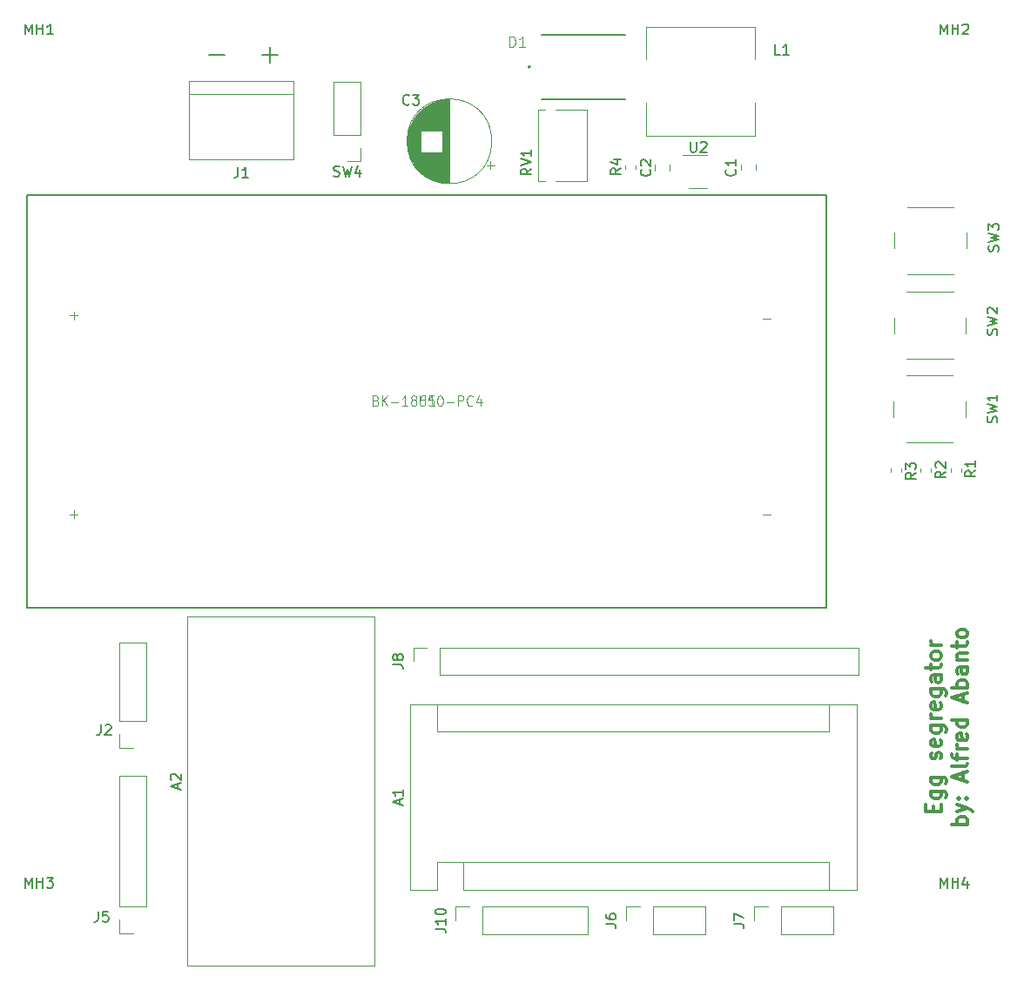
<source format=gbr>
%TF.GenerationSoftware,KiCad,Pcbnew,(5.1.6)-1*%
%TF.CreationDate,2020-07-21T16:26:21+08:00*%
%TF.ProjectId,Egg_segregator,4567675f-7365-4677-9265-6761746f722e,rev?*%
%TF.SameCoordinates,Original*%
%TF.FileFunction,Legend,Top*%
%TF.FilePolarity,Positive*%
%FSLAX46Y46*%
G04 Gerber Fmt 4.6, Leading zero omitted, Abs format (unit mm)*
G04 Created by KiCad (PCBNEW (5.1.6)-1) date 2020-07-21 16:26:21*
%MOMM*%
%LPD*%
G01*
G04 APERTURE LIST*
%ADD10C,0.300000*%
%ADD11C,0.150000*%
%ADD12C,0.120000*%
%ADD13C,0.200000*%
%ADD14C,0.127000*%
%ADD15C,0.015000*%
%ADD16C,0.050000*%
G04 APERTURE END LIST*
D10*
X182958357Y-112049485D02*
X182958357Y-111549485D01*
X183744071Y-111335200D02*
X183744071Y-112049485D01*
X182244071Y-112049485D01*
X182244071Y-111335200D01*
X182744071Y-110049485D02*
X183958357Y-110049485D01*
X184101214Y-110120914D01*
X184172642Y-110192342D01*
X184244071Y-110335200D01*
X184244071Y-110549485D01*
X184172642Y-110692342D01*
X183672642Y-110049485D02*
X183744071Y-110192342D01*
X183744071Y-110478057D01*
X183672642Y-110620914D01*
X183601214Y-110692342D01*
X183458357Y-110763771D01*
X183029785Y-110763771D01*
X182886928Y-110692342D01*
X182815500Y-110620914D01*
X182744071Y-110478057D01*
X182744071Y-110192342D01*
X182815500Y-110049485D01*
X182744071Y-108692342D02*
X183958357Y-108692342D01*
X184101214Y-108763771D01*
X184172642Y-108835200D01*
X184244071Y-108978057D01*
X184244071Y-109192342D01*
X184172642Y-109335200D01*
X183672642Y-108692342D02*
X183744071Y-108835200D01*
X183744071Y-109120914D01*
X183672642Y-109263771D01*
X183601214Y-109335200D01*
X183458357Y-109406628D01*
X183029785Y-109406628D01*
X182886928Y-109335200D01*
X182815500Y-109263771D01*
X182744071Y-109120914D01*
X182744071Y-108835200D01*
X182815500Y-108692342D01*
X183672642Y-106906628D02*
X183744071Y-106763771D01*
X183744071Y-106478057D01*
X183672642Y-106335200D01*
X183529785Y-106263771D01*
X183458357Y-106263771D01*
X183315500Y-106335200D01*
X183244071Y-106478057D01*
X183244071Y-106692342D01*
X183172642Y-106835200D01*
X183029785Y-106906628D01*
X182958357Y-106906628D01*
X182815500Y-106835200D01*
X182744071Y-106692342D01*
X182744071Y-106478057D01*
X182815500Y-106335200D01*
X183672642Y-105049485D02*
X183744071Y-105192342D01*
X183744071Y-105478057D01*
X183672642Y-105620914D01*
X183529785Y-105692342D01*
X182958357Y-105692342D01*
X182815500Y-105620914D01*
X182744071Y-105478057D01*
X182744071Y-105192342D01*
X182815500Y-105049485D01*
X182958357Y-104978057D01*
X183101214Y-104978057D01*
X183244071Y-105692342D01*
X182744071Y-103692342D02*
X183958357Y-103692342D01*
X184101214Y-103763771D01*
X184172642Y-103835200D01*
X184244071Y-103978057D01*
X184244071Y-104192342D01*
X184172642Y-104335200D01*
X183672642Y-103692342D02*
X183744071Y-103835200D01*
X183744071Y-104120914D01*
X183672642Y-104263771D01*
X183601214Y-104335200D01*
X183458357Y-104406628D01*
X183029785Y-104406628D01*
X182886928Y-104335200D01*
X182815500Y-104263771D01*
X182744071Y-104120914D01*
X182744071Y-103835200D01*
X182815500Y-103692342D01*
X183744071Y-102978057D02*
X182744071Y-102978057D01*
X183029785Y-102978057D02*
X182886928Y-102906628D01*
X182815500Y-102835200D01*
X182744071Y-102692342D01*
X182744071Y-102549485D01*
X183672642Y-101478057D02*
X183744071Y-101620914D01*
X183744071Y-101906628D01*
X183672642Y-102049485D01*
X183529785Y-102120914D01*
X182958357Y-102120914D01*
X182815500Y-102049485D01*
X182744071Y-101906628D01*
X182744071Y-101620914D01*
X182815500Y-101478057D01*
X182958357Y-101406628D01*
X183101214Y-101406628D01*
X183244071Y-102120914D01*
X182744071Y-100120914D02*
X183958357Y-100120914D01*
X184101214Y-100192342D01*
X184172642Y-100263771D01*
X184244071Y-100406628D01*
X184244071Y-100620914D01*
X184172642Y-100763771D01*
X183672642Y-100120914D02*
X183744071Y-100263771D01*
X183744071Y-100549485D01*
X183672642Y-100692342D01*
X183601214Y-100763771D01*
X183458357Y-100835200D01*
X183029785Y-100835200D01*
X182886928Y-100763771D01*
X182815500Y-100692342D01*
X182744071Y-100549485D01*
X182744071Y-100263771D01*
X182815500Y-100120914D01*
X183744071Y-98763771D02*
X182958357Y-98763771D01*
X182815500Y-98835200D01*
X182744071Y-98978057D01*
X182744071Y-99263771D01*
X182815500Y-99406628D01*
X183672642Y-98763771D02*
X183744071Y-98906628D01*
X183744071Y-99263771D01*
X183672642Y-99406628D01*
X183529785Y-99478057D01*
X183386928Y-99478057D01*
X183244071Y-99406628D01*
X183172642Y-99263771D01*
X183172642Y-98906628D01*
X183101214Y-98763771D01*
X182744071Y-98263771D02*
X182744071Y-97692342D01*
X182244071Y-98049485D02*
X183529785Y-98049485D01*
X183672642Y-97978057D01*
X183744071Y-97835200D01*
X183744071Y-97692342D01*
X183744071Y-96978057D02*
X183672642Y-97120914D01*
X183601214Y-97192342D01*
X183458357Y-97263771D01*
X183029785Y-97263771D01*
X182886928Y-97192342D01*
X182815500Y-97120914D01*
X182744071Y-96978057D01*
X182744071Y-96763771D01*
X182815500Y-96620914D01*
X182886928Y-96549485D01*
X183029785Y-96478057D01*
X183458357Y-96478057D01*
X183601214Y-96549485D01*
X183672642Y-96620914D01*
X183744071Y-96763771D01*
X183744071Y-96978057D01*
X183744071Y-95835200D02*
X182744071Y-95835200D01*
X183029785Y-95835200D02*
X182886928Y-95763771D01*
X182815500Y-95692342D01*
X182744071Y-95549485D01*
X182744071Y-95406628D01*
X186294071Y-113263771D02*
X184794071Y-113263771D01*
X185365500Y-113263771D02*
X185294071Y-113120914D01*
X185294071Y-112835200D01*
X185365500Y-112692342D01*
X185436928Y-112620914D01*
X185579785Y-112549485D01*
X186008357Y-112549485D01*
X186151214Y-112620914D01*
X186222642Y-112692342D01*
X186294071Y-112835200D01*
X186294071Y-113120914D01*
X186222642Y-113263771D01*
X185294071Y-112049485D02*
X186294071Y-111692342D01*
X185294071Y-111335200D02*
X186294071Y-111692342D01*
X186651214Y-111835200D01*
X186722642Y-111906628D01*
X186794071Y-112049485D01*
X186151214Y-110763771D02*
X186222642Y-110692342D01*
X186294071Y-110763771D01*
X186222642Y-110835200D01*
X186151214Y-110763771D01*
X186294071Y-110763771D01*
X185365500Y-110763771D02*
X185436928Y-110692342D01*
X185508357Y-110763771D01*
X185436928Y-110835200D01*
X185365500Y-110763771D01*
X185508357Y-110763771D01*
X185865500Y-108978057D02*
X185865500Y-108263771D01*
X186294071Y-109120914D02*
X184794071Y-108620914D01*
X186294071Y-108120914D01*
X186294071Y-107406628D02*
X186222642Y-107549485D01*
X186079785Y-107620914D01*
X184794071Y-107620914D01*
X185294071Y-107049485D02*
X185294071Y-106478057D01*
X186294071Y-106835200D02*
X185008357Y-106835200D01*
X184865500Y-106763771D01*
X184794071Y-106620914D01*
X184794071Y-106478057D01*
X186294071Y-105978057D02*
X185294071Y-105978057D01*
X185579785Y-105978057D02*
X185436928Y-105906628D01*
X185365500Y-105835200D01*
X185294071Y-105692342D01*
X185294071Y-105549485D01*
X186222642Y-104478057D02*
X186294071Y-104620914D01*
X186294071Y-104906628D01*
X186222642Y-105049485D01*
X186079785Y-105120914D01*
X185508357Y-105120914D01*
X185365500Y-105049485D01*
X185294071Y-104906628D01*
X185294071Y-104620914D01*
X185365500Y-104478057D01*
X185508357Y-104406628D01*
X185651214Y-104406628D01*
X185794071Y-105120914D01*
X186294071Y-103120914D02*
X184794071Y-103120914D01*
X186222642Y-103120914D02*
X186294071Y-103263771D01*
X186294071Y-103549485D01*
X186222642Y-103692342D01*
X186151214Y-103763771D01*
X186008357Y-103835200D01*
X185579785Y-103835200D01*
X185436928Y-103763771D01*
X185365500Y-103692342D01*
X185294071Y-103549485D01*
X185294071Y-103263771D01*
X185365500Y-103120914D01*
X185865500Y-101335200D02*
X185865500Y-100620914D01*
X186294071Y-101478057D02*
X184794071Y-100978057D01*
X186294071Y-100478057D01*
X186294071Y-99978057D02*
X184794071Y-99978057D01*
X185365500Y-99978057D02*
X185294071Y-99835200D01*
X185294071Y-99549485D01*
X185365500Y-99406628D01*
X185436928Y-99335200D01*
X185579785Y-99263771D01*
X186008357Y-99263771D01*
X186151214Y-99335200D01*
X186222642Y-99406628D01*
X186294071Y-99549485D01*
X186294071Y-99835200D01*
X186222642Y-99978057D01*
X186294071Y-97978057D02*
X185508357Y-97978057D01*
X185365500Y-98049485D01*
X185294071Y-98192342D01*
X185294071Y-98478057D01*
X185365500Y-98620914D01*
X186222642Y-97978057D02*
X186294071Y-98120914D01*
X186294071Y-98478057D01*
X186222642Y-98620914D01*
X186079785Y-98692342D01*
X185936928Y-98692342D01*
X185794071Y-98620914D01*
X185722642Y-98478057D01*
X185722642Y-98120914D01*
X185651214Y-97978057D01*
X185294071Y-97263771D02*
X186294071Y-97263771D01*
X185436928Y-97263771D02*
X185365500Y-97192342D01*
X185294071Y-97049485D01*
X185294071Y-96835200D01*
X185365500Y-96692342D01*
X185508357Y-96620914D01*
X186294071Y-96620914D01*
X185294071Y-96120914D02*
X185294071Y-95549485D01*
X184794071Y-95906628D02*
X186079785Y-95906628D01*
X186222642Y-95835200D01*
X186294071Y-95692342D01*
X186294071Y-95549485D01*
X186294071Y-94835200D02*
X186222642Y-94978057D01*
X186151214Y-95049485D01*
X186008357Y-95120914D01*
X185579785Y-95120914D01*
X185436928Y-95049485D01*
X185365500Y-94978057D01*
X185294071Y-94835200D01*
X185294071Y-94620914D01*
X185365500Y-94478057D01*
X185436928Y-94406628D01*
X185579785Y-94335200D01*
X186008357Y-94335200D01*
X186151214Y-94406628D01*
X186222642Y-94478057D01*
X186294071Y-94620914D01*
X186294071Y-94835200D01*
D11*
X112522095Y-38496857D02*
X114045904Y-38496857D01*
X117729095Y-38496857D02*
X119252904Y-38496857D01*
X118491000Y-39258761D02*
X118491000Y-37734952D01*
D12*
%TO.C,A1*%
X132077000Y-101597000D02*
X132077000Y-119637000D01*
X175517000Y-101597000D02*
X132077000Y-101597000D01*
X175517000Y-119637000D02*
X175517000Y-101597000D01*
X172847000Y-116967000D02*
X172847000Y-119637000D01*
X137287000Y-116967000D02*
X172847000Y-116967000D01*
X137287000Y-116967000D02*
X137287000Y-119637000D01*
X172847000Y-104267000D02*
X172847000Y-101597000D01*
X134747000Y-104267000D02*
X172847000Y-104267000D01*
X134747000Y-104267000D02*
X134747000Y-101597000D01*
X132077000Y-119637000D02*
X134747000Y-119637000D01*
X137287000Y-119637000D02*
X175517000Y-119637000D01*
X134747000Y-116967000D02*
X134747000Y-119637000D01*
X137287000Y-116967000D02*
X134747000Y-116967000D01*
%TO.C,C1*%
X165683000Y-49141748D02*
X165683000Y-49664252D01*
X164263000Y-49141748D02*
X164263000Y-49664252D01*
%TO.C,C2*%
X155919000Y-49167148D02*
X155919000Y-49689652D01*
X157339000Y-49167148D02*
X157339000Y-49689652D01*
%TO.C,C3*%
X139927698Y-49578000D02*
X139927698Y-48778000D01*
X140327698Y-49178000D02*
X139527698Y-49178000D01*
X131837000Y-47396000D02*
X131837000Y-46330000D01*
X131877000Y-47631000D02*
X131877000Y-46095000D01*
X131917000Y-47811000D02*
X131917000Y-45915000D01*
X131957000Y-47961000D02*
X131957000Y-45765000D01*
X131997000Y-48092000D02*
X131997000Y-45634000D01*
X132037000Y-48209000D02*
X132037000Y-45517000D01*
X132077000Y-48316000D02*
X132077000Y-45410000D01*
X132117000Y-48415000D02*
X132117000Y-45311000D01*
X132157000Y-48508000D02*
X132157000Y-45218000D01*
X132197000Y-48594000D02*
X132197000Y-45132000D01*
X132237000Y-48676000D02*
X132237000Y-45050000D01*
X132277000Y-48753000D02*
X132277000Y-44973000D01*
X132317000Y-48827000D02*
X132317000Y-44899000D01*
X132357000Y-48897000D02*
X132357000Y-44829000D01*
X132397000Y-48965000D02*
X132397000Y-44761000D01*
X132437000Y-49029000D02*
X132437000Y-44697000D01*
X132477000Y-49091000D02*
X132477000Y-44635000D01*
X132517000Y-49150000D02*
X132517000Y-44576000D01*
X132557000Y-49208000D02*
X132557000Y-44518000D01*
X132597000Y-49263000D02*
X132597000Y-44463000D01*
X132637000Y-49317000D02*
X132637000Y-44409000D01*
X132677000Y-49368000D02*
X132677000Y-44358000D01*
X132717000Y-49419000D02*
X132717000Y-44307000D01*
X132757000Y-49467000D02*
X132757000Y-44259000D01*
X132797000Y-49514000D02*
X132797000Y-44212000D01*
X132837000Y-49560000D02*
X132837000Y-44166000D01*
X132877000Y-49604000D02*
X132877000Y-44122000D01*
X132917000Y-49647000D02*
X132917000Y-44079000D01*
X132957000Y-49689000D02*
X132957000Y-44037000D01*
X132997000Y-49730000D02*
X132997000Y-43996000D01*
X133037000Y-49770000D02*
X133037000Y-43956000D01*
X133077000Y-49808000D02*
X133077000Y-43918000D01*
X133117000Y-49846000D02*
X133117000Y-43880000D01*
X133157000Y-45823000D02*
X133157000Y-43844000D01*
X133157000Y-49882000D02*
X133157000Y-47903000D01*
X133197000Y-45823000D02*
X133197000Y-43808000D01*
X133197000Y-49918000D02*
X133197000Y-47903000D01*
X133237000Y-45823000D02*
X133237000Y-43773000D01*
X133237000Y-49953000D02*
X133237000Y-47903000D01*
X133277000Y-45823000D02*
X133277000Y-43739000D01*
X133277000Y-49987000D02*
X133277000Y-47903000D01*
X133317000Y-45823000D02*
X133317000Y-43707000D01*
X133317000Y-50019000D02*
X133317000Y-47903000D01*
X133357000Y-45823000D02*
X133357000Y-43674000D01*
X133357000Y-50052000D02*
X133357000Y-47903000D01*
X133397000Y-45823000D02*
X133397000Y-43643000D01*
X133397000Y-50083000D02*
X133397000Y-47903000D01*
X133437000Y-45823000D02*
X133437000Y-43613000D01*
X133437000Y-50113000D02*
X133437000Y-47903000D01*
X133477000Y-45823000D02*
X133477000Y-43583000D01*
X133477000Y-50143000D02*
X133477000Y-47903000D01*
X133517000Y-45823000D02*
X133517000Y-43554000D01*
X133517000Y-50172000D02*
X133517000Y-47903000D01*
X133557000Y-45823000D02*
X133557000Y-43525000D01*
X133557000Y-50201000D02*
X133557000Y-47903000D01*
X133597000Y-45823000D02*
X133597000Y-43498000D01*
X133597000Y-50228000D02*
X133597000Y-47903000D01*
X133637000Y-45823000D02*
X133637000Y-43471000D01*
X133637000Y-50255000D02*
X133637000Y-47903000D01*
X133677000Y-45823000D02*
X133677000Y-43445000D01*
X133677000Y-50281000D02*
X133677000Y-47903000D01*
X133717000Y-45823000D02*
X133717000Y-43419000D01*
X133717000Y-50307000D02*
X133717000Y-47903000D01*
X133757000Y-45823000D02*
X133757000Y-43394000D01*
X133757000Y-50332000D02*
X133757000Y-47903000D01*
X133797000Y-45823000D02*
X133797000Y-43370000D01*
X133797000Y-50356000D02*
X133797000Y-47903000D01*
X133837000Y-45823000D02*
X133837000Y-43346000D01*
X133837000Y-50380000D02*
X133837000Y-47903000D01*
X133877000Y-45823000D02*
X133877000Y-43323000D01*
X133877000Y-50403000D02*
X133877000Y-47903000D01*
X133917000Y-45823000D02*
X133917000Y-43301000D01*
X133917000Y-50425000D02*
X133917000Y-47903000D01*
X133957000Y-45823000D02*
X133957000Y-43279000D01*
X133957000Y-50447000D02*
X133957000Y-47903000D01*
X133997000Y-45823000D02*
X133997000Y-43257000D01*
X133997000Y-50469000D02*
X133997000Y-47903000D01*
X134037000Y-45823000D02*
X134037000Y-43236000D01*
X134037000Y-50490000D02*
X134037000Y-47903000D01*
X134077000Y-45823000D02*
X134077000Y-43216000D01*
X134077000Y-50510000D02*
X134077000Y-47903000D01*
X134117000Y-45823000D02*
X134117000Y-43197000D01*
X134117000Y-50529000D02*
X134117000Y-47903000D01*
X134157000Y-45823000D02*
X134157000Y-43177000D01*
X134157000Y-50549000D02*
X134157000Y-47903000D01*
X134197000Y-45823000D02*
X134197000Y-43159000D01*
X134197000Y-50567000D02*
X134197000Y-47903000D01*
X134237000Y-45823000D02*
X134237000Y-43141000D01*
X134237000Y-50585000D02*
X134237000Y-47903000D01*
X134277000Y-45823000D02*
X134277000Y-43123000D01*
X134277000Y-50603000D02*
X134277000Y-47903000D01*
X134317000Y-45823000D02*
X134317000Y-43106000D01*
X134317000Y-50620000D02*
X134317000Y-47903000D01*
X134357000Y-45823000D02*
X134357000Y-43089000D01*
X134357000Y-50637000D02*
X134357000Y-47903000D01*
X134397000Y-45823000D02*
X134397000Y-43073000D01*
X134397000Y-50653000D02*
X134397000Y-47903000D01*
X134437000Y-45823000D02*
X134437000Y-43058000D01*
X134437000Y-50668000D02*
X134437000Y-47903000D01*
X134477000Y-45823000D02*
X134477000Y-43042000D01*
X134477000Y-50684000D02*
X134477000Y-47903000D01*
X134517000Y-45823000D02*
X134517000Y-43028000D01*
X134517000Y-50698000D02*
X134517000Y-47903000D01*
X134557000Y-45823000D02*
X134557000Y-43013000D01*
X134557000Y-50713000D02*
X134557000Y-47903000D01*
X134597000Y-45823000D02*
X134597000Y-43000000D01*
X134597000Y-50726000D02*
X134597000Y-47903000D01*
X134637000Y-45823000D02*
X134637000Y-42986000D01*
X134637000Y-50740000D02*
X134637000Y-47903000D01*
X134677000Y-45823000D02*
X134677000Y-42974000D01*
X134677000Y-50752000D02*
X134677000Y-47903000D01*
X134717000Y-45823000D02*
X134717000Y-42961000D01*
X134717000Y-50765000D02*
X134717000Y-47903000D01*
X134757000Y-45823000D02*
X134757000Y-42949000D01*
X134757000Y-50777000D02*
X134757000Y-47903000D01*
X134797000Y-45823000D02*
X134797000Y-42938000D01*
X134797000Y-50788000D02*
X134797000Y-47903000D01*
X134837000Y-45823000D02*
X134837000Y-42927000D01*
X134837000Y-50799000D02*
X134837000Y-47903000D01*
X134877000Y-45823000D02*
X134877000Y-42916000D01*
X134877000Y-50810000D02*
X134877000Y-47903000D01*
X134917000Y-45823000D02*
X134917000Y-42906000D01*
X134917000Y-50820000D02*
X134917000Y-47903000D01*
X134957000Y-45823000D02*
X134957000Y-42896000D01*
X134957000Y-50830000D02*
X134957000Y-47903000D01*
X134997000Y-45823000D02*
X134997000Y-42887000D01*
X134997000Y-50839000D02*
X134997000Y-47903000D01*
X135037000Y-45823000D02*
X135037000Y-42878000D01*
X135037000Y-50848000D02*
X135037000Y-47903000D01*
X135077000Y-45823000D02*
X135077000Y-42869000D01*
X135077000Y-50857000D02*
X135077000Y-47903000D01*
X135117000Y-45823000D02*
X135117000Y-42861000D01*
X135117000Y-50865000D02*
X135117000Y-47903000D01*
X135157000Y-45823000D02*
X135157000Y-42853000D01*
X135157000Y-50873000D02*
X135157000Y-47903000D01*
X135197000Y-45823000D02*
X135197000Y-42846000D01*
X135197000Y-50880000D02*
X135197000Y-47903000D01*
X135238000Y-50887000D02*
X135238000Y-42839000D01*
X135278000Y-50893000D02*
X135278000Y-42833000D01*
X135318000Y-50900000D02*
X135318000Y-42826000D01*
X135358000Y-50905000D02*
X135358000Y-42821000D01*
X135398000Y-50911000D02*
X135398000Y-42815000D01*
X135438000Y-50915000D02*
X135438000Y-42811000D01*
X135478000Y-50920000D02*
X135478000Y-42806000D01*
X135518000Y-50924000D02*
X135518000Y-42802000D01*
X135558000Y-50928000D02*
X135558000Y-42798000D01*
X135598000Y-50931000D02*
X135598000Y-42795000D01*
X135638000Y-50934000D02*
X135638000Y-42792000D01*
X135678000Y-50937000D02*
X135678000Y-42789000D01*
X135718000Y-50939000D02*
X135718000Y-42787000D01*
X135758000Y-50940000D02*
X135758000Y-42786000D01*
X135798000Y-50942000D02*
X135798000Y-42784000D01*
X135838000Y-50943000D02*
X135838000Y-42783000D01*
X135878000Y-50943000D02*
X135878000Y-42783000D01*
X135918000Y-50943000D02*
X135918000Y-42783000D01*
X140038000Y-46863000D02*
G75*
G03*
X140038000Y-46863000I-4120000J0D01*
G01*
D13*
%TO.C,D1*%
X143771000Y-39624000D02*
G75*
G03*
X143771000Y-39624000I-100000J0D01*
G01*
D14*
X144901000Y-42734000D02*
X153041000Y-42734000D01*
X144901000Y-36514000D02*
X153041000Y-36514000D01*
D12*
%TO.C,J1*%
X120777000Y-41021000D02*
X110617000Y-41021000D01*
X120777000Y-48641000D02*
X120777000Y-41021000D01*
X110617000Y-48641000D02*
X120777000Y-48641000D01*
X110617000Y-41021000D02*
X110617000Y-48641000D01*
X110617000Y-42291000D02*
X120777000Y-42291000D01*
%TO.C,J2*%
X106486000Y-103251000D02*
X103826000Y-103251000D01*
X106486000Y-103251000D02*
X106486000Y-95571000D01*
X106486000Y-95571000D02*
X103826000Y-95571000D01*
X103826000Y-103251000D02*
X103826000Y-95571000D01*
X103826000Y-105851000D02*
X103826000Y-104521000D01*
X105156000Y-105851000D02*
X103826000Y-105851000D01*
%TO.C,J5*%
X106486000Y-121285000D02*
X103826000Y-121285000D01*
X106486000Y-121285000D02*
X106486000Y-108525000D01*
X106486000Y-108525000D02*
X103826000Y-108525000D01*
X103826000Y-121285000D02*
X103826000Y-108525000D01*
X103826000Y-123885000D02*
X103826000Y-122555000D01*
X105156000Y-123885000D02*
X103826000Y-123885000D01*
%TO.C,J6*%
X153102000Y-122631000D02*
X153102000Y-121301000D01*
X153102000Y-121301000D02*
X154432000Y-121301000D01*
X155702000Y-121301000D02*
X160842000Y-121301000D01*
X160842000Y-123961000D02*
X160842000Y-121301000D01*
X155702000Y-123961000D02*
X160842000Y-123961000D01*
X155702000Y-123961000D02*
X155702000Y-121301000D01*
%TO.C,J7*%
X168148000Y-123961000D02*
X168148000Y-121301000D01*
X168148000Y-123961000D02*
X173288000Y-123961000D01*
X173288000Y-123961000D02*
X173288000Y-121301000D01*
X168148000Y-121301000D02*
X173288000Y-121301000D01*
X165548000Y-121301000D02*
X166878000Y-121301000D01*
X165548000Y-122631000D02*
X165548000Y-121301000D01*
%TO.C,J8*%
X132401000Y-97409000D02*
X132401000Y-96079000D01*
X132401000Y-96079000D02*
X133731000Y-96079000D01*
X135001000Y-96079000D02*
X175701000Y-96079000D01*
X175701000Y-98739000D02*
X175701000Y-96079000D01*
X135001000Y-98739000D02*
X175701000Y-98739000D01*
X135001000Y-98739000D02*
X135001000Y-96079000D01*
%TO.C,L1*%
X155063000Y-46321000D02*
X155063000Y-43121000D01*
X165663000Y-46321000D02*
X155063000Y-46321000D01*
X165663000Y-43121000D02*
X165663000Y-46321000D01*
X165663000Y-35721000D02*
X165663000Y-38921000D01*
X155063000Y-35721000D02*
X165663000Y-35721000D01*
X155063000Y-38921000D02*
X155063000Y-35721000D01*
%TO.C,R1*%
X185676000Y-79038267D02*
X185676000Y-78695733D01*
X184656000Y-79038267D02*
X184656000Y-78695733D01*
%TO.C,R2*%
X181735000Y-79038267D02*
X181735000Y-78695733D01*
X182755000Y-79038267D02*
X182755000Y-78695733D01*
%TO.C,R3*%
X179834000Y-79038267D02*
X179834000Y-78695733D01*
X178814000Y-79038267D02*
X178814000Y-78695733D01*
%TO.C,R4*%
X154053000Y-49231733D02*
X154053000Y-49574267D01*
X153033000Y-49231733D02*
X153033000Y-49574267D01*
%TO.C,RV1*%
X146215000Y-43794400D02*
X149320000Y-43794400D01*
X144580000Y-43794400D02*
X145225000Y-43794400D01*
X146215000Y-50744400D02*
X149320000Y-50744400D01*
X144580000Y-50744400D02*
X145225000Y-50744400D01*
X149320000Y-50744400D02*
X149320000Y-43794400D01*
X144580000Y-50744400D02*
X144580000Y-43794400D01*
%TO.C,SW1*%
X179076000Y-72145900D02*
X179076000Y-73645900D01*
X180326000Y-76145900D02*
X184826000Y-76145900D01*
X186076000Y-73645900D02*
X186076000Y-72145900D01*
X184826000Y-69645900D02*
X180326000Y-69645900D01*
%TO.C,SW2*%
X184891000Y-61508900D02*
X180391000Y-61508900D01*
X186141000Y-65508900D02*
X186141000Y-64008900D01*
X180391000Y-68008900D02*
X184891000Y-68008900D01*
X179141000Y-64008900D02*
X179141000Y-65508900D01*
%TO.C,SW3*%
X179203000Y-55762900D02*
X179203000Y-57262900D01*
X180453000Y-59762900D02*
X184953000Y-59762900D01*
X186203000Y-57262900D02*
X186203000Y-55762900D01*
X184953000Y-53262900D02*
X180453000Y-53262900D01*
%TO.C,SW4*%
X127314000Y-48828000D02*
X125984000Y-48828000D01*
X127314000Y-47498000D02*
X127314000Y-48828000D01*
X127314000Y-46228000D02*
X124654000Y-46228000D01*
X124654000Y-46228000D02*
X124654000Y-41088000D01*
X127314000Y-46228000D02*
X127314000Y-41088000D01*
X127314000Y-41088000D02*
X124654000Y-41088000D01*
D14*
%TO.C,U1*%
X94869000Y-52070000D02*
X94869000Y-92202000D01*
X172593000Y-52070000D02*
X172593000Y-92202000D01*
X94869000Y-52070000D02*
X172593000Y-52070000D01*
X94869000Y-92202000D02*
X172593000Y-92202000D01*
D12*
%TO.C,U2*%
X161009000Y-48174000D02*
X158559000Y-48174000D01*
X159209000Y-51394000D02*
X161009000Y-51394000D01*
%TO.C,A2*%
X128617000Y-93036000D02*
X110397000Y-93036000D01*
X110397000Y-93036000D02*
X110397000Y-127036000D01*
X128617000Y-93036000D02*
X128617000Y-127036000D01*
X110397000Y-127036000D02*
X128617000Y-127036000D01*
%TO.C,J10*%
X136516000Y-122631000D02*
X136516000Y-121301000D01*
X136516000Y-121301000D02*
X137846000Y-121301000D01*
X139116000Y-121301000D02*
X149336000Y-121301000D01*
X149336000Y-123961000D02*
X149336000Y-121301000D01*
X139116000Y-123961000D02*
X149336000Y-123961000D01*
X139116000Y-123961000D02*
X139116000Y-121301000D01*
%TO.C,A1*%
D11*
X131103666Y-111331285D02*
X131103666Y-110855095D01*
X131389380Y-111426523D02*
X130389380Y-111093190D01*
X131389380Y-110759857D01*
X131389380Y-109902714D02*
X131389380Y-110474142D01*
X131389380Y-110188428D02*
X130389380Y-110188428D01*
X130532238Y-110283666D01*
X130627476Y-110378904D01*
X130675095Y-110474142D01*
%TO.C,MH4*%
X183666666Y-119452380D02*
X183666666Y-118452380D01*
X184000000Y-119166666D01*
X184333333Y-118452380D01*
X184333333Y-119452380D01*
X184809523Y-119452380D02*
X184809523Y-118452380D01*
X184809523Y-118928571D02*
X185380952Y-118928571D01*
X185380952Y-119452380D02*
X185380952Y-118452380D01*
X186285714Y-118785714D02*
X186285714Y-119452380D01*
X186047619Y-118404761D02*
X185809523Y-119119047D01*
X186428571Y-119119047D01*
%TO.C,MH2*%
X183666666Y-36452380D02*
X183666666Y-35452380D01*
X184000000Y-36166666D01*
X184333333Y-35452380D01*
X184333333Y-36452380D01*
X184809523Y-36452380D02*
X184809523Y-35452380D01*
X184809523Y-35928571D02*
X185380952Y-35928571D01*
X185380952Y-36452380D02*
X185380952Y-35452380D01*
X185809523Y-35547619D02*
X185857142Y-35500000D01*
X185952380Y-35452380D01*
X186190476Y-35452380D01*
X186285714Y-35500000D01*
X186333333Y-35547619D01*
X186380952Y-35642857D01*
X186380952Y-35738095D01*
X186333333Y-35880952D01*
X185761904Y-36452380D01*
X186380952Y-36452380D01*
%TO.C,MH3*%
X94666666Y-119452380D02*
X94666666Y-118452380D01*
X95000000Y-119166666D01*
X95333333Y-118452380D01*
X95333333Y-119452380D01*
X95809523Y-119452380D02*
X95809523Y-118452380D01*
X95809523Y-118928571D02*
X96380952Y-118928571D01*
X96380952Y-119452380D02*
X96380952Y-118452380D01*
X96761904Y-118452380D02*
X97380952Y-118452380D01*
X97047619Y-118833333D01*
X97190476Y-118833333D01*
X97285714Y-118880952D01*
X97333333Y-118928571D01*
X97380952Y-119023809D01*
X97380952Y-119261904D01*
X97333333Y-119357142D01*
X97285714Y-119404761D01*
X97190476Y-119452380D01*
X96904761Y-119452380D01*
X96809523Y-119404761D01*
X96761904Y-119357142D01*
%TO.C,MH1*%
X94666666Y-36452380D02*
X94666666Y-35452380D01*
X95000000Y-36166666D01*
X95333333Y-35452380D01*
X95333333Y-36452380D01*
X95809523Y-36452380D02*
X95809523Y-35452380D01*
X95809523Y-35928571D02*
X96380952Y-35928571D01*
X96380952Y-36452380D02*
X96380952Y-35452380D01*
X97380952Y-36452380D02*
X96809523Y-36452380D01*
X97095238Y-36452380D02*
X97095238Y-35452380D01*
X97000000Y-35595238D01*
X96904761Y-35690476D01*
X96809523Y-35738095D01*
%TO.C,C1*%
X163679142Y-49595066D02*
X163726761Y-49642685D01*
X163774380Y-49785542D01*
X163774380Y-49880780D01*
X163726761Y-50023638D01*
X163631523Y-50118876D01*
X163536285Y-50166495D01*
X163345809Y-50214114D01*
X163202952Y-50214114D01*
X163012476Y-50166495D01*
X162917238Y-50118876D01*
X162822000Y-50023638D01*
X162774380Y-49880780D01*
X162774380Y-49785542D01*
X162822000Y-49642685D01*
X162869619Y-49595066D01*
X163774380Y-48642685D02*
X163774380Y-49214114D01*
X163774380Y-48928400D02*
X162774380Y-48928400D01*
X162917238Y-49023638D01*
X163012476Y-49118876D01*
X163060095Y-49214114D01*
%TO.C,C2*%
X155398642Y-49607766D02*
X155446261Y-49655385D01*
X155493880Y-49798242D01*
X155493880Y-49893480D01*
X155446261Y-50036338D01*
X155351023Y-50131576D01*
X155255785Y-50179195D01*
X155065309Y-50226814D01*
X154922452Y-50226814D01*
X154731976Y-50179195D01*
X154636738Y-50131576D01*
X154541500Y-50036338D01*
X154493880Y-49893480D01*
X154493880Y-49798242D01*
X154541500Y-49655385D01*
X154589119Y-49607766D01*
X154589119Y-49226814D02*
X154541500Y-49179195D01*
X154493880Y-49083957D01*
X154493880Y-48845861D01*
X154541500Y-48750623D01*
X154589119Y-48703004D01*
X154684357Y-48655385D01*
X154779595Y-48655385D01*
X154922452Y-48703004D01*
X155493880Y-49274433D01*
X155493880Y-48655385D01*
%TO.C,C3*%
X132014933Y-43232342D02*
X131967314Y-43279961D01*
X131824457Y-43327580D01*
X131729219Y-43327580D01*
X131586361Y-43279961D01*
X131491123Y-43184723D01*
X131443504Y-43089485D01*
X131395885Y-42899009D01*
X131395885Y-42756152D01*
X131443504Y-42565676D01*
X131491123Y-42470438D01*
X131586361Y-42375200D01*
X131729219Y-42327580D01*
X131824457Y-42327580D01*
X131967314Y-42375200D01*
X132014933Y-42422819D01*
X132348266Y-42327580D02*
X132967314Y-42327580D01*
X132633980Y-42708533D01*
X132776838Y-42708533D01*
X132872076Y-42756152D01*
X132919695Y-42803771D01*
X132967314Y-42899009D01*
X132967314Y-43137104D01*
X132919695Y-43232342D01*
X132872076Y-43279961D01*
X132776838Y-43327580D01*
X132491123Y-43327580D01*
X132395885Y-43279961D01*
X132348266Y-43232342D01*
%TO.C,D1*%
D15*
X141755904Y-37663380D02*
X141755904Y-36663380D01*
X141994000Y-36663380D01*
X142136857Y-36711000D01*
X142232095Y-36806238D01*
X142279714Y-36901476D01*
X142327333Y-37091952D01*
X142327333Y-37234809D01*
X142279714Y-37425285D01*
X142232095Y-37520523D01*
X142136857Y-37615761D01*
X141994000Y-37663380D01*
X141755904Y-37663380D01*
X143279714Y-37663380D02*
X142708285Y-37663380D01*
X142994000Y-37663380D02*
X142994000Y-36663380D01*
X142898761Y-36806238D01*
X142803523Y-36901476D01*
X142708285Y-36949095D01*
%TO.C,J1*%
D11*
X115363666Y-49363380D02*
X115363666Y-50077666D01*
X115316047Y-50220523D01*
X115220809Y-50315761D01*
X115077952Y-50363380D01*
X114982714Y-50363380D01*
X116363666Y-50363380D02*
X115792238Y-50363380D01*
X116077952Y-50363380D02*
X116077952Y-49363380D01*
X115982714Y-49506238D01*
X115887476Y-49601476D01*
X115792238Y-49649095D01*
%TO.C,J2*%
X102028666Y-103592380D02*
X102028666Y-104306666D01*
X101981047Y-104449523D01*
X101885809Y-104544761D01*
X101742952Y-104592380D01*
X101647714Y-104592380D01*
X102457238Y-103687619D02*
X102504857Y-103640000D01*
X102600095Y-103592380D01*
X102838190Y-103592380D01*
X102933428Y-103640000D01*
X102981047Y-103687619D01*
X103028666Y-103782857D01*
X103028666Y-103878095D01*
X102981047Y-104020952D01*
X102409619Y-104592380D01*
X103028666Y-104592380D01*
%TO.C,J5*%
X101774666Y-121753380D02*
X101774666Y-122467666D01*
X101727047Y-122610523D01*
X101631809Y-122705761D01*
X101488952Y-122753380D01*
X101393714Y-122753380D01*
X102727047Y-121753380D02*
X102250857Y-121753380D01*
X102203238Y-122229571D01*
X102250857Y-122181952D01*
X102346095Y-122134333D01*
X102584190Y-122134333D01*
X102679428Y-122181952D01*
X102727047Y-122229571D01*
X102774666Y-122324809D01*
X102774666Y-122562904D01*
X102727047Y-122658142D01*
X102679428Y-122705761D01*
X102584190Y-122753380D01*
X102346095Y-122753380D01*
X102250857Y-122705761D01*
X102203238Y-122658142D01*
%TO.C,J6*%
X151114380Y-122964333D02*
X151828666Y-122964333D01*
X151971523Y-123011952D01*
X152066761Y-123107190D01*
X152114380Y-123250047D01*
X152114380Y-123345285D01*
X151114380Y-122059571D02*
X151114380Y-122250047D01*
X151162000Y-122345285D01*
X151209619Y-122392904D01*
X151352476Y-122488142D01*
X151542952Y-122535761D01*
X151923904Y-122535761D01*
X152019142Y-122488142D01*
X152066761Y-122440523D01*
X152114380Y-122345285D01*
X152114380Y-122154809D01*
X152066761Y-122059571D01*
X152019142Y-122011952D01*
X151923904Y-121964333D01*
X151685809Y-121964333D01*
X151590571Y-122011952D01*
X151542952Y-122059571D01*
X151495333Y-122154809D01*
X151495333Y-122345285D01*
X151542952Y-122440523D01*
X151590571Y-122488142D01*
X151685809Y-122535761D01*
%TO.C,J7*%
X163560380Y-122964333D02*
X164274666Y-122964333D01*
X164417523Y-123011952D01*
X164512761Y-123107190D01*
X164560380Y-123250047D01*
X164560380Y-123345285D01*
X163560380Y-122583380D02*
X163560380Y-121916714D01*
X164560380Y-122345285D01*
%TO.C,J8*%
X130413380Y-97742333D02*
X131127666Y-97742333D01*
X131270523Y-97789952D01*
X131365761Y-97885190D01*
X131413380Y-98028047D01*
X131413380Y-98123285D01*
X130841952Y-97123285D02*
X130794333Y-97218523D01*
X130746714Y-97266142D01*
X130651476Y-97313761D01*
X130603857Y-97313761D01*
X130508619Y-97266142D01*
X130461000Y-97218523D01*
X130413380Y-97123285D01*
X130413380Y-96932809D01*
X130461000Y-96837571D01*
X130508619Y-96789952D01*
X130603857Y-96742333D01*
X130651476Y-96742333D01*
X130746714Y-96789952D01*
X130794333Y-96837571D01*
X130841952Y-96932809D01*
X130841952Y-97123285D01*
X130889571Y-97218523D01*
X130937190Y-97266142D01*
X131032428Y-97313761D01*
X131222904Y-97313761D01*
X131318142Y-97266142D01*
X131365761Y-97218523D01*
X131413380Y-97123285D01*
X131413380Y-96932809D01*
X131365761Y-96837571D01*
X131318142Y-96789952D01*
X131222904Y-96742333D01*
X131032428Y-96742333D01*
X130937190Y-96789952D01*
X130889571Y-96837571D01*
X130841952Y-96932809D01*
%TO.C,L1*%
X168070333Y-38425380D02*
X167594142Y-38425380D01*
X167594142Y-37425380D01*
X168927476Y-38425380D02*
X168356047Y-38425380D01*
X168641761Y-38425380D02*
X168641761Y-37425380D01*
X168546523Y-37568238D01*
X168451285Y-37663476D01*
X168356047Y-37711095D01*
%TO.C,R1*%
X187066180Y-78881266D02*
X186589990Y-79214600D01*
X187066180Y-79452695D02*
X186066180Y-79452695D01*
X186066180Y-79071742D01*
X186113800Y-78976504D01*
X186161419Y-78928885D01*
X186256657Y-78881266D01*
X186399514Y-78881266D01*
X186494752Y-78928885D01*
X186542371Y-78976504D01*
X186589990Y-79071742D01*
X186589990Y-79452695D01*
X187066180Y-77928885D02*
X187066180Y-78500314D01*
X187066180Y-78214600D02*
X186066180Y-78214600D01*
X186209038Y-78309838D01*
X186304276Y-78405076D01*
X186351895Y-78500314D01*
%TO.C,R2*%
X184170580Y-78982866D02*
X183694390Y-79316200D01*
X184170580Y-79554295D02*
X183170580Y-79554295D01*
X183170580Y-79173342D01*
X183218200Y-79078104D01*
X183265819Y-79030485D01*
X183361057Y-78982866D01*
X183503914Y-78982866D01*
X183599152Y-79030485D01*
X183646771Y-79078104D01*
X183694390Y-79173342D01*
X183694390Y-79554295D01*
X183265819Y-78601914D02*
X183218200Y-78554295D01*
X183170580Y-78459057D01*
X183170580Y-78220961D01*
X183218200Y-78125723D01*
X183265819Y-78078104D01*
X183361057Y-78030485D01*
X183456295Y-78030485D01*
X183599152Y-78078104D01*
X184170580Y-78649533D01*
X184170580Y-78030485D01*
%TO.C,R3*%
X181274980Y-79084466D02*
X180798790Y-79417800D01*
X181274980Y-79655895D02*
X180274980Y-79655895D01*
X180274980Y-79274942D01*
X180322600Y-79179704D01*
X180370219Y-79132085D01*
X180465457Y-79084466D01*
X180608314Y-79084466D01*
X180703552Y-79132085D01*
X180751171Y-79179704D01*
X180798790Y-79274942D01*
X180798790Y-79655895D01*
X180274980Y-78751133D02*
X180274980Y-78132085D01*
X180655933Y-78465419D01*
X180655933Y-78322561D01*
X180703552Y-78227323D01*
X180751171Y-78179704D01*
X180846409Y-78132085D01*
X181084504Y-78132085D01*
X181179742Y-78179704D01*
X181227361Y-78227323D01*
X181274980Y-78322561D01*
X181274980Y-78608276D01*
X181227361Y-78703514D01*
X181179742Y-78751133D01*
%TO.C,R4*%
X152598380Y-49506166D02*
X152122190Y-49839500D01*
X152598380Y-50077595D02*
X151598380Y-50077595D01*
X151598380Y-49696642D01*
X151646000Y-49601404D01*
X151693619Y-49553785D01*
X151788857Y-49506166D01*
X151931714Y-49506166D01*
X152026952Y-49553785D01*
X152074571Y-49601404D01*
X152122190Y-49696642D01*
X152122190Y-50077595D01*
X151931714Y-48649023D02*
X152598380Y-48649023D01*
X151550761Y-48887119D02*
X152265047Y-49125214D01*
X152265047Y-48506166D01*
%TO.C,RV1*%
X143886380Y-49515638D02*
X143410190Y-49848971D01*
X143886380Y-50087066D02*
X142886380Y-50087066D01*
X142886380Y-49706114D01*
X142934000Y-49610876D01*
X142981619Y-49563257D01*
X143076857Y-49515638D01*
X143219714Y-49515638D01*
X143314952Y-49563257D01*
X143362571Y-49610876D01*
X143410190Y-49706114D01*
X143410190Y-50087066D01*
X142886380Y-49229923D02*
X143886380Y-48896590D01*
X142886380Y-48563257D01*
X143886380Y-47706114D02*
X143886380Y-48277542D01*
X143886380Y-47991828D02*
X142886380Y-47991828D01*
X143029238Y-48087066D01*
X143124476Y-48182304D01*
X143172095Y-48277542D01*
%TO.C,SW1*%
X189151761Y-74193233D02*
X189199380Y-74050376D01*
X189199380Y-73812280D01*
X189151761Y-73717042D01*
X189104142Y-73669423D01*
X189008904Y-73621804D01*
X188913666Y-73621804D01*
X188818428Y-73669423D01*
X188770809Y-73717042D01*
X188723190Y-73812280D01*
X188675571Y-74002757D01*
X188627952Y-74097995D01*
X188580333Y-74145614D01*
X188485095Y-74193233D01*
X188389857Y-74193233D01*
X188294619Y-74145614D01*
X188247000Y-74097995D01*
X188199380Y-74002757D01*
X188199380Y-73764661D01*
X188247000Y-73621804D01*
X188199380Y-73288471D02*
X189199380Y-73050376D01*
X188485095Y-72859900D01*
X189199380Y-72669423D01*
X188199380Y-72431328D01*
X189199380Y-71526566D02*
X189199380Y-72097995D01*
X189199380Y-71812280D02*
X188199380Y-71812280D01*
X188342238Y-71907519D01*
X188437476Y-72002757D01*
X188485095Y-72097995D01*
%TO.C,SW2*%
X189151762Y-65684234D02*
X189199381Y-65541377D01*
X189199381Y-65303281D01*
X189151762Y-65208043D01*
X189104143Y-65160424D01*
X189008905Y-65112805D01*
X188913667Y-65112805D01*
X188818429Y-65160424D01*
X188770810Y-65208043D01*
X188723191Y-65303281D01*
X188675572Y-65493758D01*
X188627953Y-65588996D01*
X188580334Y-65636615D01*
X188485096Y-65684234D01*
X188389858Y-65684234D01*
X188294620Y-65636615D01*
X188247001Y-65588996D01*
X188199381Y-65493758D01*
X188199381Y-65255662D01*
X188247001Y-65112805D01*
X188199381Y-64779472D02*
X189199381Y-64541377D01*
X188485096Y-64350901D01*
X189199381Y-64160424D01*
X188199381Y-63922329D01*
X188294620Y-63588996D02*
X188247001Y-63541377D01*
X188199381Y-63446139D01*
X188199381Y-63208043D01*
X188247001Y-63112805D01*
X188294620Y-63065186D01*
X188389858Y-63017567D01*
X188485096Y-63017567D01*
X188627953Y-63065186D01*
X189199381Y-63636615D01*
X189199381Y-63017567D01*
%TO.C,SW3*%
X189278761Y-57556233D02*
X189326380Y-57413376D01*
X189326380Y-57175280D01*
X189278761Y-57080042D01*
X189231142Y-57032423D01*
X189135904Y-56984804D01*
X189040666Y-56984804D01*
X188945428Y-57032423D01*
X188897809Y-57080042D01*
X188850190Y-57175280D01*
X188802571Y-57365757D01*
X188754952Y-57460995D01*
X188707333Y-57508614D01*
X188612095Y-57556233D01*
X188516857Y-57556233D01*
X188421619Y-57508614D01*
X188374000Y-57460995D01*
X188326380Y-57365757D01*
X188326380Y-57127661D01*
X188374000Y-56984804D01*
X188326380Y-56651471D02*
X189326380Y-56413376D01*
X188612095Y-56222900D01*
X189326380Y-56032423D01*
X188326380Y-55794328D01*
X188326380Y-55508614D02*
X188326380Y-54889566D01*
X188707333Y-55222900D01*
X188707333Y-55080042D01*
X188754952Y-54984804D01*
X188802571Y-54937185D01*
X188897809Y-54889566D01*
X189135904Y-54889566D01*
X189231142Y-54937185D01*
X189278761Y-54984804D01*
X189326380Y-55080042D01*
X189326380Y-55365757D01*
X189278761Y-55460995D01*
X189231142Y-55508614D01*
%TO.C,SW4*%
X124650666Y-50232761D02*
X124793523Y-50280380D01*
X125031619Y-50280380D01*
X125126857Y-50232761D01*
X125174476Y-50185142D01*
X125222095Y-50089904D01*
X125222095Y-49994666D01*
X125174476Y-49899428D01*
X125126857Y-49851809D01*
X125031619Y-49804190D01*
X124841142Y-49756571D01*
X124745904Y-49708952D01*
X124698285Y-49661333D01*
X124650666Y-49566095D01*
X124650666Y-49470857D01*
X124698285Y-49375619D01*
X124745904Y-49328000D01*
X124841142Y-49280380D01*
X125079238Y-49280380D01*
X125222095Y-49328000D01*
X125555428Y-49280380D02*
X125793523Y-50280380D01*
X125984000Y-49566095D01*
X126174476Y-50280380D01*
X126412571Y-49280380D01*
X127222095Y-49613714D02*
X127222095Y-50280380D01*
X126984000Y-49232761D02*
X126745904Y-49947047D01*
X127364952Y-49947047D01*
%TO.C,U1*%
D16*
X133045285Y-71588380D02*
X133045285Y-72397904D01*
X133088142Y-72493142D01*
X133131000Y-72540761D01*
X133216714Y-72588380D01*
X133388142Y-72588380D01*
X133473857Y-72540761D01*
X133516714Y-72493142D01*
X133559571Y-72397904D01*
X133559571Y-71588380D01*
X134459571Y-72588380D02*
X133945285Y-72588380D01*
X134202428Y-72588380D02*
X134202428Y-71588380D01*
X134116714Y-71731238D01*
X134031000Y-71826476D01*
X133945285Y-71874095D01*
X128759571Y-72064571D02*
X128888142Y-72112190D01*
X128931000Y-72159809D01*
X128973857Y-72255047D01*
X128973857Y-72397904D01*
X128931000Y-72493142D01*
X128888142Y-72540761D01*
X128802428Y-72588380D01*
X128459571Y-72588380D01*
X128459571Y-71588380D01*
X128759571Y-71588380D01*
X128845285Y-71636000D01*
X128888142Y-71683619D01*
X128931000Y-71778857D01*
X128931000Y-71874095D01*
X128888142Y-71969333D01*
X128845285Y-72016952D01*
X128759571Y-72064571D01*
X128459571Y-72064571D01*
X129359571Y-72588380D02*
X129359571Y-71588380D01*
X129873857Y-72588380D02*
X129488142Y-72016952D01*
X129873857Y-71588380D02*
X129359571Y-72159809D01*
X130259571Y-72207428D02*
X130945285Y-72207428D01*
X131845285Y-72588380D02*
X131331000Y-72588380D01*
X131588142Y-72588380D02*
X131588142Y-71588380D01*
X131502428Y-71731238D01*
X131416714Y-71826476D01*
X131331000Y-71874095D01*
X132359571Y-72016952D02*
X132273857Y-71969333D01*
X132231000Y-71921714D01*
X132188142Y-71826476D01*
X132188142Y-71778857D01*
X132231000Y-71683619D01*
X132273857Y-71636000D01*
X132359571Y-71588380D01*
X132531000Y-71588380D01*
X132616714Y-71636000D01*
X132659571Y-71683619D01*
X132702428Y-71778857D01*
X132702428Y-71826476D01*
X132659571Y-71921714D01*
X132616714Y-71969333D01*
X132531000Y-72016952D01*
X132359571Y-72016952D01*
X132273857Y-72064571D01*
X132231000Y-72112190D01*
X132188142Y-72207428D01*
X132188142Y-72397904D01*
X132231000Y-72493142D01*
X132273857Y-72540761D01*
X132359571Y-72588380D01*
X132531000Y-72588380D01*
X132616714Y-72540761D01*
X132659571Y-72493142D01*
X132702428Y-72397904D01*
X132702428Y-72207428D01*
X132659571Y-72112190D01*
X132616714Y-72064571D01*
X132531000Y-72016952D01*
X133473857Y-71588380D02*
X133302428Y-71588380D01*
X133216714Y-71636000D01*
X133173857Y-71683619D01*
X133088142Y-71826476D01*
X133045285Y-72016952D01*
X133045285Y-72397904D01*
X133088142Y-72493142D01*
X133131000Y-72540761D01*
X133216714Y-72588380D01*
X133388142Y-72588380D01*
X133473857Y-72540761D01*
X133516714Y-72493142D01*
X133559571Y-72397904D01*
X133559571Y-72159809D01*
X133516714Y-72064571D01*
X133473857Y-72016952D01*
X133388142Y-71969333D01*
X133216714Y-71969333D01*
X133131000Y-72016952D01*
X133088142Y-72064571D01*
X133045285Y-72159809D01*
X134373857Y-71588380D02*
X133945285Y-71588380D01*
X133902428Y-72064571D01*
X133945285Y-72016952D01*
X134031000Y-71969333D01*
X134245285Y-71969333D01*
X134331000Y-72016952D01*
X134373857Y-72064571D01*
X134416714Y-72159809D01*
X134416714Y-72397904D01*
X134373857Y-72493142D01*
X134331000Y-72540761D01*
X134245285Y-72588380D01*
X134031000Y-72588380D01*
X133945285Y-72540761D01*
X133902428Y-72493142D01*
X134973857Y-71588380D02*
X135059571Y-71588380D01*
X135145285Y-71636000D01*
X135188142Y-71683619D01*
X135231000Y-71778857D01*
X135273857Y-71969333D01*
X135273857Y-72207428D01*
X135231000Y-72397904D01*
X135188142Y-72493142D01*
X135145285Y-72540761D01*
X135059571Y-72588380D01*
X134973857Y-72588380D01*
X134888142Y-72540761D01*
X134845285Y-72493142D01*
X134802428Y-72397904D01*
X134759571Y-72207428D01*
X134759571Y-71969333D01*
X134802428Y-71778857D01*
X134845285Y-71683619D01*
X134888142Y-71636000D01*
X134973857Y-71588380D01*
X135659571Y-72207428D02*
X136345285Y-72207428D01*
X136773857Y-72588380D02*
X136773857Y-71588380D01*
X137116714Y-71588380D01*
X137202428Y-71636000D01*
X137245285Y-71683619D01*
X137288142Y-71778857D01*
X137288142Y-71921714D01*
X137245285Y-72016952D01*
X137202428Y-72064571D01*
X137116714Y-72112190D01*
X136773857Y-72112190D01*
X138188142Y-72493142D02*
X138145285Y-72540761D01*
X138016714Y-72588380D01*
X137931000Y-72588380D01*
X137802428Y-72540761D01*
X137716714Y-72445523D01*
X137673857Y-72350285D01*
X137631000Y-72159809D01*
X137631000Y-72016952D01*
X137673857Y-71826476D01*
X137716714Y-71731238D01*
X137802428Y-71636000D01*
X137931000Y-71588380D01*
X138016714Y-71588380D01*
X138145285Y-71636000D01*
X138188142Y-71683619D01*
X138959571Y-71921714D02*
X138959571Y-72588380D01*
X138745285Y-71540761D02*
X138531000Y-72255047D01*
X139088142Y-72255047D01*
X99015247Y-63814478D02*
X99777152Y-63814478D01*
X99396200Y-64195430D02*
X99396200Y-63433526D01*
X99012347Y-83144628D02*
X99774252Y-83144628D01*
X99393300Y-83525580D02*
X99393300Y-82763676D01*
X166398647Y-64072398D02*
X167160552Y-64072398D01*
X166373147Y-83130428D02*
X167135052Y-83130428D01*
%TO.C,U2*%
D11*
X159359596Y-46908881D02*
X159359596Y-47718405D01*
X159407215Y-47813643D01*
X159454834Y-47861262D01*
X159550072Y-47908881D01*
X159740548Y-47908881D01*
X159835786Y-47861262D01*
X159883405Y-47813643D01*
X159931024Y-47718405D01*
X159931024Y-46908881D01*
X160359596Y-47004120D02*
X160407215Y-46956501D01*
X160502453Y-46908881D01*
X160740548Y-46908881D01*
X160835786Y-46956501D01*
X160883405Y-47004120D01*
X160931024Y-47099358D01*
X160931024Y-47194596D01*
X160883405Y-47337453D01*
X160311977Y-47908881D01*
X160931024Y-47908881D01*
%TO.C,A2*%
X109513666Y-109807285D02*
X109513666Y-109331095D01*
X109799380Y-109902523D02*
X108799380Y-109569190D01*
X109799380Y-109235857D01*
X108894619Y-108950142D02*
X108847000Y-108902523D01*
X108799380Y-108807285D01*
X108799380Y-108569190D01*
X108847000Y-108473952D01*
X108894619Y-108426333D01*
X108989857Y-108378714D01*
X109085095Y-108378714D01*
X109227952Y-108426333D01*
X109799380Y-108997761D01*
X109799380Y-108378714D01*
%TO.C,J10*%
X134528380Y-123440523D02*
X135242666Y-123440523D01*
X135385523Y-123488142D01*
X135480761Y-123583380D01*
X135528380Y-123726238D01*
X135528380Y-123821476D01*
X135528380Y-122440523D02*
X135528380Y-123011952D01*
X135528380Y-122726238D02*
X134528380Y-122726238D01*
X134671238Y-122821476D01*
X134766476Y-122916714D01*
X134814095Y-123011952D01*
X134528380Y-121821476D02*
X134528380Y-121726238D01*
X134576000Y-121631000D01*
X134623619Y-121583380D01*
X134718857Y-121535761D01*
X134909333Y-121488142D01*
X135147428Y-121488142D01*
X135337904Y-121535761D01*
X135433142Y-121583380D01*
X135480761Y-121631000D01*
X135528380Y-121726238D01*
X135528380Y-121821476D01*
X135480761Y-121916714D01*
X135433142Y-121964333D01*
X135337904Y-122011952D01*
X135147428Y-122059571D01*
X134909333Y-122059571D01*
X134718857Y-122011952D01*
X134623619Y-121964333D01*
X134576000Y-121916714D01*
X134528380Y-121821476D01*
%TD*%
M02*

</source>
